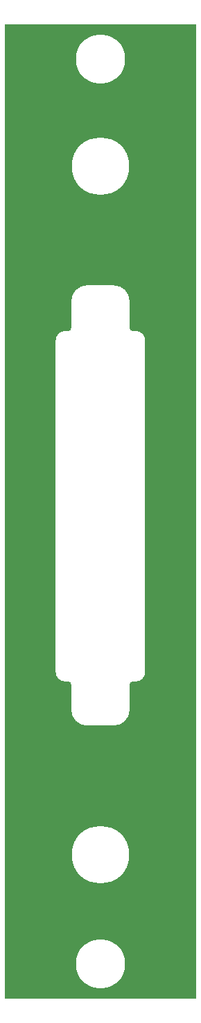
<source format=gbl>
G04 ================== begin FILE IDENTIFICATION RECORD ==================*
G04 Layout Name:  front_panel_dig_out_2.brd*
G04 Film Name:    BOTTOM*
G04 File Format:  Gerber RS274X*
G04 File Origin:  Cadence Allegro 17.2-S057*
G04 Origin Date:  Wed Aug 07 22:17:01 2019*
G04 *
G04 Layer:  ETCH/BOTTOM*
G04 Layer:  PIN/BOTTOM*
G04 Layer:  VIA CLASS/BOTTOM*
G04 *
G04 Offset:    (0.00 0.00)*
G04 Mirror:    No*
G04 Mode:      Positive*
G04 Rotation:  0*
G04 FullContactRelief:  No*
G04 UndefLineWidth:     0.00*
G04 ================== end FILE IDENTIFICATION RECORD ====================*
%FSLAX55Y55*MOIN*%
%IR0*IPPOS*OFA0.00000B0.00000*MIA0B0*SFA1.00000B1.00000*%
%ADD11C,.23628*%
%ADD10C,.27566*%
G75*
%LPD*%
G75*
G36*
G01X45999Y233499D02*
Y-233499D01*
X-45999D01*
Y233499D01*
X45999D01*
G37*
%LPC*%
G75*
G36*
G01X-14002Y100888D02*
G02X-6500Y108390I7502J0D01*
G01X6500D01*
G02X14002Y100888I0J-7502D01*
G01Y88000D01*
G03X15500Y86502I1498J0D01*
G01X17000D01*
G02X21502Y82000I0J-4502D01*
G01Y-77000D01*
G02X17000Y-81502I-4502J0D01*
G01X15500D01*
G03X14002Y-83000I0J-1498D01*
G01Y-95112D01*
G02X6500Y-102614I-7502J0D01*
G01X-6500D01*
G02X-14002Y-95112I0J7502D01*
G01Y-83000D01*
G03X-15500Y-81502I-1498J0D01*
G01X-17000D01*
G02X-21502Y-77000I0J4502D01*
G01Y82000D01*
G02X-17000Y86502I4502J0D01*
G01X-15500D01*
G03X-14002Y88000I0J1498D01*
G01Y100888D01*
G37*
G54D11*
X0Y216700D03*
Y-216700D03*
G54D10*
Y165500D03*
Y-164500D03*
M02*

</source>
